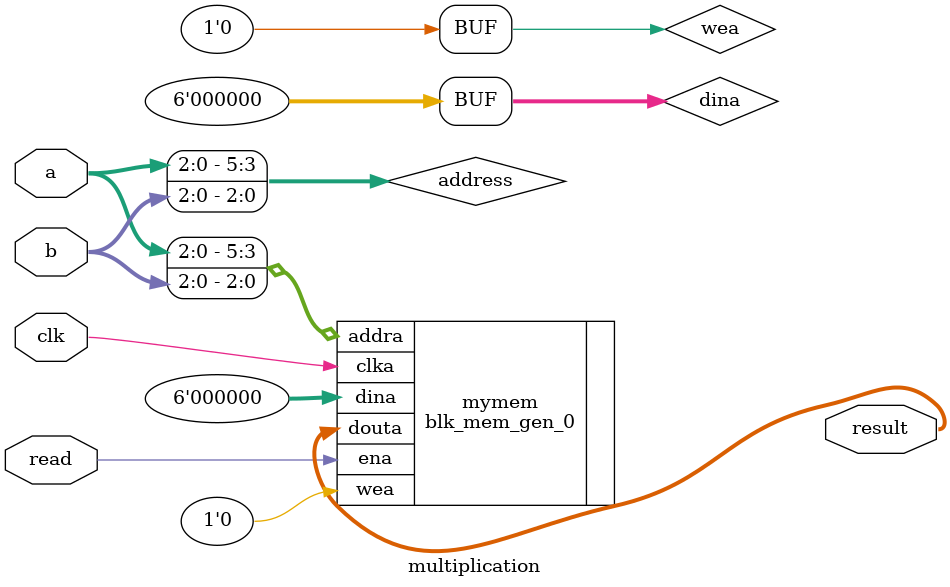
<source format=v>

`timescale 1ns / 100ps

module multiplication(
	input clk,
	input [2:0] a,
	input [2:0] b,
	input read,
	output [5:0] result
  );

//add intermediate wires
	wire wea;
	wire [5:0] dina;
	reg [5:0] address;

//add user logic
	assign dina = 6'b0;
	assign wea = 0;

	always @ (a||b)
	 address<={a,b};


//instantiating memory block
blk_mem_gen_0 mymem (
  .clka(clk),    // input wire clka
  .ena(read),      // input wire ena
  .wea(wea),      // input wire [0 : 0] wea
  .addra(address),  // input wire [5 : 0] addra
  .dina(dina),    // input wire [5 : 0] dina
  .douta(result)  // output wire [5 : 0] douta
);

endmodule	

</source>
